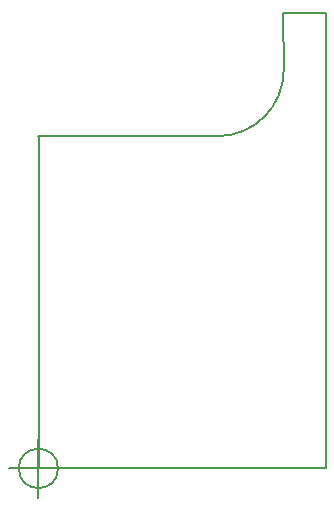
<source format=gko>
%TF.GenerationSoftware,KiCad,Pcbnew,4.0.7*%
%TF.CreationDate,2018-03-05T20:18:37+00:00*%
%TF.ProjectId,a5v11-mod-01,61357631312D6D6F642D30312E6B6963,rev?*%
%TF.FileFunction,Profile,NP*%
%FSLAX46Y46*%
G04 Gerber Fmt 4.6, Leading zero omitted, Abs format (unit mm)*
G04 Created by KiCad (PCBNEW 4.0.7) date Monday, 05 March 2018 'PMt' 20:18:37*
%MOMM*%
%LPD*%
G01*
G04 APERTURE LIST*
%ADD10C,0.100000*%
%ADD11C,0.150000*%
G04 APERTURE END LIST*
D10*
D11*
X19787323Y-37810168D02*
G75*
G03X19787323Y-37810168I-1666666J0D01*
G01*
X15620657Y-37810168D02*
X20620657Y-37810168D01*
X18120657Y-35310168D02*
X18120657Y-40310168D01*
X33299400Y-9677400D02*
G75*
G03X38887400Y-4089400I0J5588000D01*
G01*
X18150000Y-37800000D02*
X18150000Y-9750000D01*
X42450000Y-37800000D02*
X18150000Y-37800000D01*
X42450000Y750000D02*
X42450000Y-37800000D01*
X38850000Y750000D02*
X42450000Y750000D01*
X38887400Y-4089400D02*
X38850000Y750000D01*
X18059400Y-9677400D02*
X33299400Y-9677400D01*
M02*

</source>
